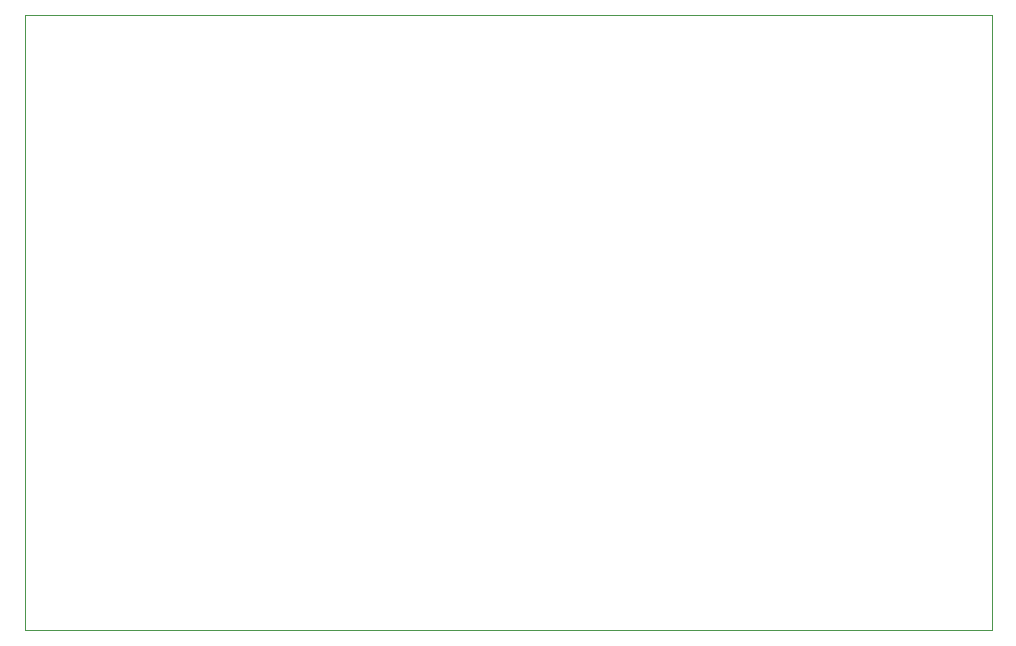
<source format=gbr>
G04 #@! TF.GenerationSoftware,KiCad,Pcbnew,(5.1.8-0-10_14)*
G04 #@! TF.CreationDate,2020-12-23T19:49:06+01:00*
G04 #@! TF.ProjectId,pre-amp-discret,7072652d-616d-4702-9d64-697363726574,rev?*
G04 #@! TF.SameCoordinates,Original*
G04 #@! TF.FileFunction,Profile,NP*
%FSLAX46Y46*%
G04 Gerber Fmt 4.6, Leading zero omitted, Abs format (unit mm)*
G04 Created by KiCad (PCBNEW (5.1.8-0-10_14)) date 2020-12-23 19:49:06*
%MOMM*%
%LPD*%
G01*
G04 APERTURE LIST*
G04 #@! TA.AperFunction,Profile*
%ADD10C,0.050000*%
G04 #@! TD*
G04 APERTURE END LIST*
D10*
X203835000Y-95885000D02*
X121920000Y-95885000D01*
X203835000Y-147955000D02*
X203835000Y-95885000D01*
X121920000Y-147955000D02*
X203835000Y-147955000D01*
X121920000Y-96520000D02*
X121920000Y-147955000D01*
X121920000Y-95885000D02*
X121920000Y-96520000D01*
M02*

</source>
